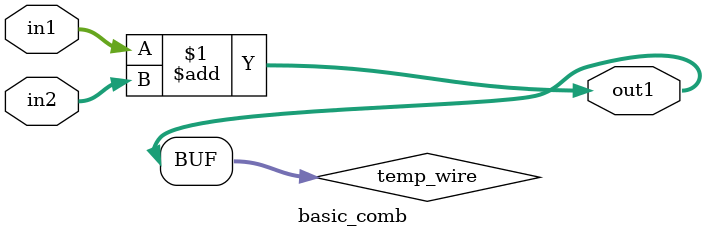
<source format=sv>
module basic_comb (
    output logic [7:0] out1,
    input logic [7:0] in1,
    input logic [7:0] in2
);
    /* verilator inline_module */ ;
    logic [7:0] temp_wire;
    assign temp_wire = in1 + in2;
    always_comb begin
        out1 = temp_wire;
    end
endmodule


</source>
